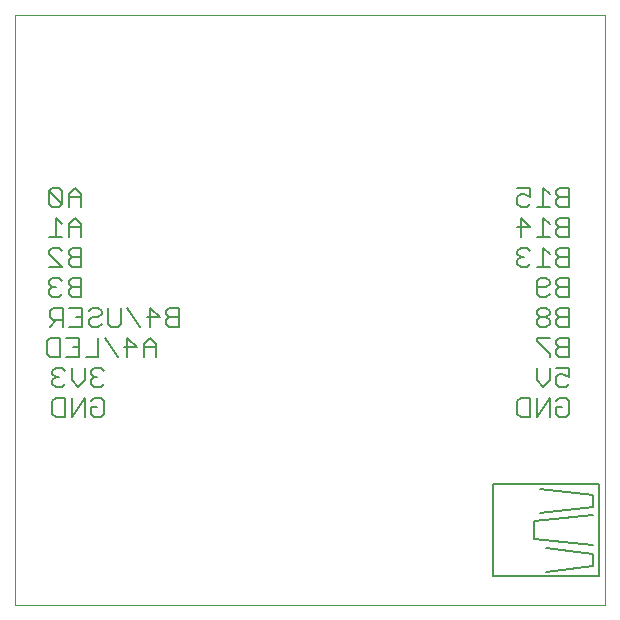
<source format=gbo>
G75*
%MOIN*%
%OFA0B0*%
%FSLAX25Y25*%
%IPPOS*%
%LPD*%
%AMOC8*
5,1,8,0,0,1.08239X$1,22.5*
%
%ADD10C,0.00000*%
%ADD11C,0.00600*%
%ADD12C,0.00500*%
D10*
X0001800Y0007548D02*
X0001800Y0204398D01*
X0198650Y0204398D01*
X0198650Y0007548D01*
X0001800Y0007548D01*
D11*
X0015406Y0070348D02*
X0014339Y0071416D01*
X0014339Y0075686D01*
X0015406Y0076753D01*
X0018609Y0076753D01*
X0018609Y0070348D01*
X0015406Y0070348D01*
X0020784Y0070348D02*
X0020784Y0076753D01*
X0022919Y0080348D02*
X0020784Y0082483D01*
X0020784Y0086753D01*
X0018609Y0085686D02*
X0017541Y0086753D01*
X0015406Y0086753D01*
X0014339Y0085686D01*
X0014339Y0084618D01*
X0015406Y0083551D01*
X0014339Y0082483D01*
X0014339Y0081416D01*
X0015406Y0080348D01*
X0017541Y0080348D01*
X0018609Y0081416D01*
X0016474Y0083551D02*
X0015406Y0083551D01*
X0016773Y0090348D02*
X0013570Y0090348D01*
X0012502Y0091416D01*
X0012502Y0095686D01*
X0013570Y0096753D01*
X0016773Y0096753D01*
X0016773Y0090348D01*
X0018948Y0090348D02*
X0023218Y0090348D01*
X0023218Y0096753D01*
X0018948Y0096753D01*
X0021083Y0093551D02*
X0023218Y0093551D01*
X0025393Y0090348D02*
X0029664Y0090348D01*
X0029664Y0096753D01*
X0031839Y0096753D02*
X0036109Y0090348D01*
X0039352Y0090348D02*
X0039352Y0096753D01*
X0042555Y0093551D01*
X0038284Y0093551D01*
X0044730Y0093551D02*
X0049000Y0093551D01*
X0049000Y0094618D02*
X0046865Y0096753D01*
X0044730Y0094618D01*
X0044730Y0090348D01*
X0049000Y0090348D02*
X0049000Y0094618D01*
X0046852Y0100348D02*
X0046852Y0106753D01*
X0050055Y0103551D01*
X0045784Y0103551D01*
X0043609Y0100348D02*
X0039339Y0106753D01*
X0037164Y0106753D02*
X0037164Y0101416D01*
X0036096Y0100348D01*
X0033961Y0100348D01*
X0032893Y0101416D01*
X0032893Y0106753D01*
X0030718Y0105686D02*
X0030718Y0104618D01*
X0029650Y0103551D01*
X0027515Y0103551D01*
X0026448Y0102483D01*
X0026448Y0101416D01*
X0027515Y0100348D01*
X0029650Y0100348D01*
X0030718Y0101416D01*
X0030718Y0105686D02*
X0029650Y0106753D01*
X0027515Y0106753D01*
X0026448Y0105686D01*
X0024273Y0106753D02*
X0024273Y0100348D01*
X0020002Y0100348D01*
X0017827Y0100348D02*
X0017827Y0106753D01*
X0014624Y0106753D01*
X0013557Y0105686D01*
X0013557Y0103551D01*
X0014624Y0102483D01*
X0017827Y0102483D01*
X0015692Y0102483D02*
X0013557Y0100348D01*
X0020002Y0106753D02*
X0024273Y0106753D01*
X0024273Y0103551D02*
X0022137Y0103551D01*
X0020797Y0110348D02*
X0024000Y0110348D01*
X0024000Y0116753D01*
X0020797Y0116753D01*
X0019730Y0115686D01*
X0019730Y0114618D01*
X0020797Y0113551D01*
X0024000Y0113551D01*
X0020797Y0113551D02*
X0019730Y0112483D01*
X0019730Y0111416D01*
X0020797Y0110348D01*
X0017555Y0111416D02*
X0016487Y0110348D01*
X0014352Y0110348D01*
X0013284Y0111416D01*
X0013284Y0112483D01*
X0014352Y0113551D01*
X0015419Y0113551D01*
X0014352Y0113551D02*
X0013284Y0114618D01*
X0013284Y0115686D01*
X0014352Y0116753D01*
X0016487Y0116753D01*
X0017555Y0115686D01*
X0017555Y0120348D02*
X0013284Y0120348D01*
X0013284Y0124618D02*
X0013284Y0125686D01*
X0014352Y0126753D01*
X0016487Y0126753D01*
X0017555Y0125686D01*
X0019730Y0125686D02*
X0019730Y0124618D01*
X0020797Y0123551D01*
X0024000Y0123551D01*
X0024000Y0126753D02*
X0024000Y0120348D01*
X0020797Y0120348D01*
X0019730Y0121416D01*
X0019730Y0122483D01*
X0020797Y0123551D01*
X0019730Y0125686D02*
X0020797Y0126753D01*
X0024000Y0126753D01*
X0024000Y0130348D02*
X0024000Y0134618D01*
X0021865Y0136753D01*
X0019730Y0134618D01*
X0019730Y0130348D01*
X0017555Y0130348D02*
X0013284Y0130348D01*
X0015419Y0130348D02*
X0015419Y0136753D01*
X0017555Y0134618D01*
X0019730Y0133551D02*
X0024000Y0133551D01*
X0024000Y0140348D02*
X0024000Y0144618D01*
X0021865Y0146753D01*
X0019730Y0144618D01*
X0019730Y0140348D01*
X0017555Y0141416D02*
X0013284Y0145686D01*
X0013284Y0141416D01*
X0014352Y0140348D01*
X0016487Y0140348D01*
X0017555Y0141416D01*
X0017555Y0145686D01*
X0016487Y0146753D01*
X0014352Y0146753D01*
X0013284Y0145686D01*
X0019730Y0143551D02*
X0024000Y0143551D01*
X0013284Y0124618D02*
X0017555Y0120348D01*
X0025055Y0086753D02*
X0025055Y0082483D01*
X0022919Y0080348D01*
X0025055Y0076753D02*
X0020784Y0070348D01*
X0025055Y0070348D02*
X0025055Y0076753D01*
X0027230Y0075686D02*
X0028297Y0076753D01*
X0030432Y0076753D01*
X0031500Y0075686D01*
X0031500Y0071416D01*
X0030432Y0070348D01*
X0028297Y0070348D01*
X0027230Y0071416D01*
X0027230Y0073551D01*
X0029365Y0073551D01*
X0028297Y0080348D02*
X0030432Y0080348D01*
X0031500Y0081416D01*
X0029365Y0083551D02*
X0028297Y0083551D01*
X0027230Y0082483D01*
X0027230Y0081416D01*
X0028297Y0080348D01*
X0028297Y0083551D02*
X0027230Y0084618D01*
X0027230Y0085686D01*
X0028297Y0086753D01*
X0030432Y0086753D01*
X0031500Y0085686D01*
X0052230Y0101416D02*
X0053297Y0100348D01*
X0056500Y0100348D01*
X0056500Y0106753D01*
X0053297Y0106753D01*
X0052230Y0105686D01*
X0052230Y0104618D01*
X0053297Y0103551D01*
X0056500Y0103551D01*
X0053297Y0103551D02*
X0052230Y0102483D01*
X0052230Y0101416D01*
X0169339Y0121416D02*
X0170406Y0120348D01*
X0172541Y0120348D01*
X0173609Y0121416D01*
X0175784Y0120348D02*
X0180055Y0120348D01*
X0177919Y0120348D02*
X0177919Y0126753D01*
X0180055Y0124618D01*
X0182230Y0124618D02*
X0183297Y0123551D01*
X0186500Y0123551D01*
X0186500Y0126753D02*
X0186500Y0120348D01*
X0183297Y0120348D01*
X0182230Y0121416D01*
X0182230Y0122483D01*
X0183297Y0123551D01*
X0182230Y0124618D02*
X0182230Y0125686D01*
X0183297Y0126753D01*
X0186500Y0126753D01*
X0186500Y0130348D02*
X0183297Y0130348D01*
X0182230Y0131416D01*
X0182230Y0132483D01*
X0183297Y0133551D01*
X0186500Y0133551D01*
X0186500Y0136753D02*
X0186500Y0130348D01*
X0183297Y0133551D02*
X0182230Y0134618D01*
X0182230Y0135686D01*
X0183297Y0136753D01*
X0186500Y0136753D01*
X0186500Y0140348D02*
X0183297Y0140348D01*
X0182230Y0141416D01*
X0182230Y0142483D01*
X0183297Y0143551D01*
X0186500Y0143551D01*
X0186500Y0146753D02*
X0186500Y0140348D01*
X0183297Y0143551D02*
X0182230Y0144618D01*
X0182230Y0145686D01*
X0183297Y0146753D01*
X0186500Y0146753D01*
X0180055Y0144618D02*
X0177919Y0146753D01*
X0177919Y0140348D01*
X0175784Y0140348D02*
X0180055Y0140348D01*
X0177919Y0136753D02*
X0177919Y0130348D01*
X0175784Y0130348D02*
X0180055Y0130348D01*
X0180055Y0134618D02*
X0177919Y0136753D01*
X0173609Y0133551D02*
X0169339Y0133551D01*
X0170406Y0136753D02*
X0170406Y0130348D01*
X0173609Y0133551D02*
X0170406Y0136753D01*
X0170406Y0140348D02*
X0169339Y0141416D01*
X0169339Y0143551D01*
X0170406Y0144618D01*
X0171474Y0144618D01*
X0173609Y0143551D01*
X0173609Y0146753D01*
X0169339Y0146753D01*
X0170406Y0140348D02*
X0172541Y0140348D01*
X0173609Y0141416D01*
X0172541Y0126753D02*
X0170406Y0126753D01*
X0169339Y0125686D01*
X0169339Y0124618D01*
X0170406Y0123551D01*
X0169339Y0122483D01*
X0169339Y0121416D01*
X0170406Y0123551D02*
X0171474Y0123551D01*
X0173609Y0125686D02*
X0172541Y0126753D01*
X0176852Y0116753D02*
X0175784Y0115686D01*
X0175784Y0111416D01*
X0176852Y0110348D01*
X0178987Y0110348D01*
X0180055Y0111416D01*
X0182230Y0111416D02*
X0183297Y0110348D01*
X0186500Y0110348D01*
X0186500Y0116753D01*
X0183297Y0116753D01*
X0182230Y0115686D01*
X0182230Y0114618D01*
X0183297Y0113551D01*
X0186500Y0113551D01*
X0183297Y0113551D02*
X0182230Y0112483D01*
X0182230Y0111416D01*
X0180055Y0114618D02*
X0178987Y0113551D01*
X0175784Y0113551D01*
X0176852Y0116753D02*
X0178987Y0116753D01*
X0180055Y0115686D01*
X0180055Y0114618D01*
X0178987Y0106753D02*
X0176852Y0106753D01*
X0175784Y0105686D01*
X0175784Y0104618D01*
X0176852Y0103551D01*
X0178987Y0103551D01*
X0180055Y0104618D01*
X0180055Y0105686D01*
X0178987Y0106753D01*
X0178987Y0103551D02*
X0180055Y0102483D01*
X0180055Y0101416D01*
X0178987Y0100348D01*
X0176852Y0100348D01*
X0175784Y0101416D01*
X0175784Y0102483D01*
X0176852Y0103551D01*
X0182230Y0104618D02*
X0183297Y0103551D01*
X0186500Y0103551D01*
X0186500Y0106753D02*
X0183297Y0106753D01*
X0182230Y0105686D01*
X0182230Y0104618D01*
X0183297Y0103551D02*
X0182230Y0102483D01*
X0182230Y0101416D01*
X0183297Y0100348D01*
X0186500Y0100348D01*
X0186500Y0106753D01*
X0186500Y0096753D02*
X0183297Y0096753D01*
X0182230Y0095686D01*
X0182230Y0094618D01*
X0183297Y0093551D01*
X0186500Y0093551D01*
X0186500Y0096753D02*
X0186500Y0090348D01*
X0183297Y0090348D01*
X0182230Y0091416D01*
X0182230Y0092483D01*
X0183297Y0093551D01*
X0180055Y0091416D02*
X0180055Y0090348D01*
X0180055Y0091416D02*
X0175784Y0095686D01*
X0175784Y0096753D01*
X0180055Y0096753D01*
X0180055Y0086753D02*
X0180055Y0082483D01*
X0177919Y0080348D01*
X0175784Y0082483D01*
X0175784Y0086753D01*
X0182230Y0086753D02*
X0186500Y0086753D01*
X0186500Y0083551D01*
X0184365Y0084618D01*
X0183297Y0084618D01*
X0182230Y0083551D01*
X0182230Y0081416D01*
X0183297Y0080348D01*
X0185432Y0080348D01*
X0186500Y0081416D01*
X0185432Y0076753D02*
X0183297Y0076753D01*
X0182230Y0075686D01*
X0182230Y0073551D02*
X0184365Y0073551D01*
X0182230Y0073551D02*
X0182230Y0071416D01*
X0183297Y0070348D01*
X0185432Y0070348D01*
X0186500Y0071416D01*
X0186500Y0075686D01*
X0185432Y0076753D01*
X0180055Y0076753D02*
X0180055Y0070348D01*
X0175784Y0070348D02*
X0175784Y0076753D01*
X0173609Y0076753D02*
X0170406Y0076753D01*
X0169339Y0075686D01*
X0169339Y0071416D01*
X0170406Y0070348D01*
X0173609Y0070348D01*
X0173609Y0076753D01*
X0180055Y0076753D02*
X0175784Y0070348D01*
D12*
X0161131Y0047902D02*
X0196564Y0047902D01*
X0196564Y0017194D01*
X0161131Y0017194D01*
X0161131Y0047902D01*
X0174910Y0035501D02*
X0194595Y0037469D01*
X0194595Y0040422D02*
X0176879Y0038454D01*
X0174910Y0035501D02*
X0174910Y0029595D01*
X0194595Y0027627D01*
X0194595Y0024674D02*
X0178847Y0026643D01*
X0178847Y0018769D02*
X0194595Y0020737D01*
X0194595Y0024674D01*
X0194595Y0040422D02*
X0194595Y0044359D01*
X0176879Y0046328D01*
M02*

</source>
